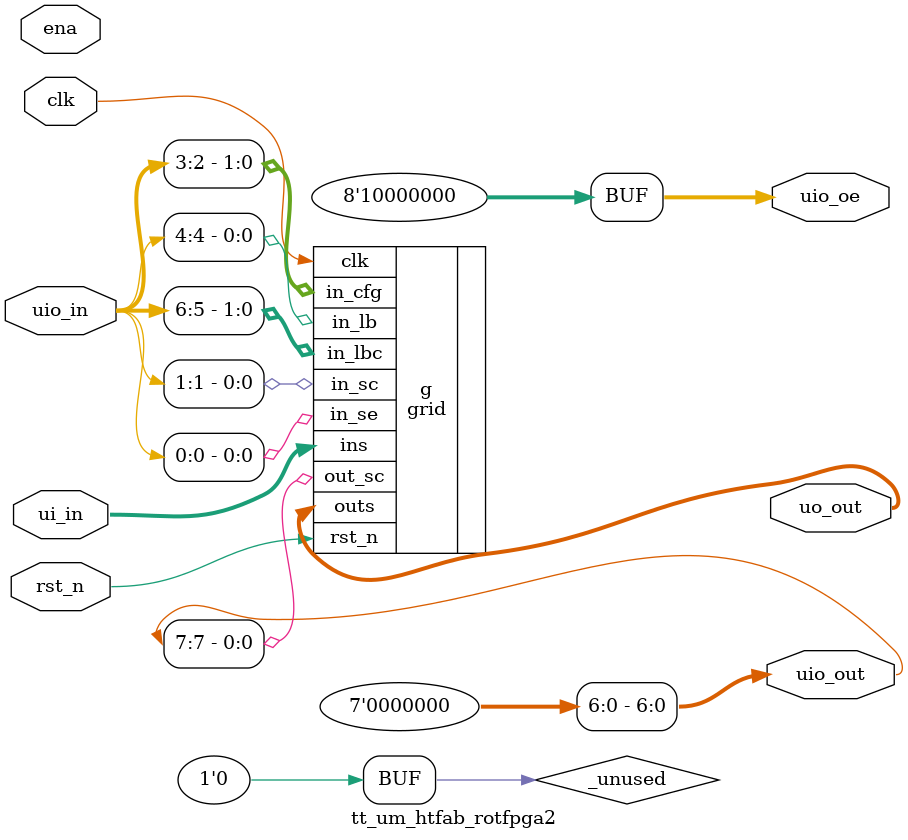
<source format=v>
`default_nettype none

module tt_um_htfab_rotfpga2 (
    input  wire [7:0] ui_in,    // input pins (for user input)
    output wire [7:0] uo_out,   // output pins (for user output)
    input  wire [7:0] uio_in,   // bidirectional input pins (for scan chain, configuration and loop breaker input)
    output wire [7:0] uio_out,  // bidirectional output pins (for scan chain output)
    output wire [7:0] uio_oe,   // direction of bidirectional pins (0=input, 1=output)
    input  wire       ena,      // whether design is enabled (unused)
    input  wire       clk,      // clock
    input  wire       rst_n     // active-low reset
);

    grid g (
        .clk(clk),
        .rst_n(rst_n),
        .in_se(uio_in[0]),
        .in_sc(uio_in[1]),
        .in_cfg(uio_in[3:2]),
        .in_lb(uio_in[4]),
        .in_lbc(uio_in[6:5]),
        .ins(ui_in),
        .out_sc(uio_out[7]),
        .outs(uo_out)
    );

    assign uio_out[6:0] = 7'b0000000;
    assign uio_oe[6:0] = 7'b0000000;
    assign uio_oe[7] = 1'b1;

    wire _unused = &{uio_in[7], ena, 1'b0};

endmodule

</source>
